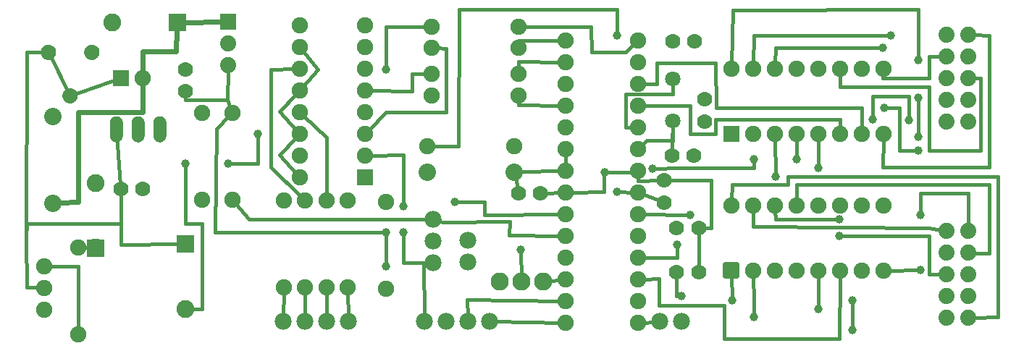
<source format=gbl>
G04 MADE WITH FRITZING*
G04 WWW.FRITZING.ORG*
G04 DOUBLE SIDED*
G04 HOLES PLATED*
G04 CONTOUR ON CENTER OF CONTOUR VECTOR*
%ASAXBY*%
%FSLAX23Y23*%
%MOIN*%
%OFA0B0*%
%SFA1.0B1.0*%
%ADD10C,0.039370*%
%ADD11C,0.070925*%
%ADD12C,0.070866*%
%ADD13C,0.070000*%
%ADD14C,0.082000*%
%ADD15C,0.078000*%
%ADD16C,0.083307*%
%ADD17C,0.075000*%
%ADD18C,0.074000*%
%ADD19C,0.060000*%
%ADD20C,0.080000*%
%ADD21C,0.074667*%
%ADD22C,0.074695*%
%ADD23R,0.082000X0.082000*%
%ADD24R,0.075000X0.075000*%
%ADD25C,0.016000*%
%ADD26C,0.024000*%
%ADD27C,0.020000*%
%ADD28R,0.001000X0.001000*%
%LNCOPPER0*%
G90*
G70*
G54D10*
X2305Y449D03*
X3044Y234D03*
G54D11*
X3005Y1041D03*
G54D12*
X3005Y1234D03*
G54D13*
X3101Y880D03*
X3001Y880D03*
X3105Y1407D03*
X3005Y1407D03*
G54D10*
X4134Y966D03*
X4134Y1148D03*
X4008Y1435D03*
X4134Y903D03*
X3970Y1377D03*
X3379Y864D03*
X3575Y864D03*
X3279Y215D03*
X3831Y215D03*
X3831Y76D03*
X3772Y589D03*
X3772Y510D03*
X4146Y608D03*
X4146Y353D03*
X1686Y1277D03*
X1095Y982D03*
X957Y844D03*
X760Y844D03*
X3674Y825D03*
X2749Y1435D03*
X2749Y714D03*
X3083Y608D03*
X3477Y785D03*
X2910Y821D03*
X3379Y136D03*
X3674Y175D03*
X1764Y648D03*
X1764Y529D03*
X1686Y529D03*
X3977Y1100D03*
X3024Y470D03*
X2001Y667D03*
X2690Y805D03*
X1686Y372D03*
X4134Y1321D03*
G54D13*
X3022Y549D03*
X3123Y549D03*
X3150Y1039D03*
X3150Y1140D03*
G54D14*
X760Y475D03*
X760Y175D03*
G54D15*
X1512Y116D03*
X1412Y116D03*
X1312Y116D03*
X1212Y116D03*
G54D16*
X2409Y301D03*
X2309Y301D03*
X2209Y301D03*
G54D15*
X2944Y116D03*
X3044Y116D03*
X2060Y492D03*
X2060Y392D03*
X1902Y588D03*
X1902Y488D03*
X1902Y388D03*
G54D17*
X1876Y923D03*
X2276Y923D03*
X977Y1079D03*
X977Y679D03*
G54D18*
X4264Y1438D03*
X4364Y1438D03*
X4264Y1338D03*
X4364Y1338D03*
X4264Y1238D03*
X4364Y1238D03*
X4264Y1138D03*
X4364Y1138D03*
X4264Y1038D03*
X4364Y1038D03*
X4264Y533D03*
X4364Y533D03*
X4264Y433D03*
X4364Y433D03*
X4264Y333D03*
X4364Y333D03*
X4264Y233D03*
X4364Y233D03*
X4264Y133D03*
X4364Y133D03*
G54D15*
X1860Y116D03*
X1960Y116D03*
X2060Y116D03*
X2160Y116D03*
G54D17*
X2845Y111D03*
X2845Y211D03*
X2845Y311D03*
X2845Y411D03*
X2845Y511D03*
X2845Y611D03*
X2845Y711D03*
X2845Y811D03*
X2845Y911D03*
X2845Y1011D03*
X2845Y1111D03*
X2845Y1211D03*
X2845Y1311D03*
X2512Y1411D03*
X2512Y1311D03*
X2512Y1211D03*
X2512Y1111D03*
X2512Y1011D03*
X2512Y911D03*
X2512Y811D03*
X2512Y711D03*
X2512Y611D03*
X2512Y511D03*
X2512Y411D03*
X2512Y311D03*
X2512Y211D03*
X2512Y111D03*
X2845Y1411D03*
G54D18*
X957Y1497D03*
X957Y1397D03*
X957Y1297D03*
G54D17*
X1587Y781D03*
X1287Y781D03*
X1587Y881D03*
X1287Y881D03*
X1587Y981D03*
X1287Y981D03*
X1587Y1081D03*
X1287Y1081D03*
X1587Y1181D03*
X1287Y1181D03*
X1587Y1281D03*
X1287Y1281D03*
X1587Y1381D03*
X1287Y1381D03*
X1587Y1481D03*
X1287Y1481D03*
G54D13*
X331Y1356D03*
X131Y1356D03*
X231Y1156D03*
G54D17*
X3274Y352D03*
X3274Y652D03*
X3374Y352D03*
X3374Y652D03*
X3474Y352D03*
X3474Y652D03*
X3574Y352D03*
X3574Y652D03*
X3674Y352D03*
X3674Y652D03*
X3774Y352D03*
X3774Y652D03*
X3874Y352D03*
X3874Y652D03*
X3974Y352D03*
X3974Y652D03*
X3274Y982D03*
X3274Y1282D03*
X3374Y982D03*
X3374Y1282D03*
X3474Y982D03*
X3474Y1282D03*
X3574Y982D03*
X3574Y1282D03*
X3674Y982D03*
X3674Y1282D03*
X3774Y982D03*
X3774Y1282D03*
X3874Y982D03*
X3874Y1282D03*
X3974Y982D03*
X3974Y1282D03*
G54D14*
X724Y1494D03*
X426Y1494D03*
G54D19*
X644Y1002D03*
X544Y1002D03*
X444Y1002D03*
G54D17*
X464Y1238D03*
X564Y1238D03*
G54D13*
X760Y1279D03*
X760Y1179D03*
G54D17*
X1213Y674D03*
X1213Y274D03*
X1312Y674D03*
X1312Y274D03*
X1410Y674D03*
X1410Y274D03*
X1508Y674D03*
X1508Y274D03*
X2296Y1159D03*
X1896Y1159D03*
X2296Y1258D03*
X1896Y1258D03*
X2296Y1376D03*
X1896Y1376D03*
X2296Y1474D03*
X1896Y1474D03*
G54D20*
X150Y1061D03*
X150Y661D03*
G54D17*
X839Y1079D03*
X839Y679D03*
G54D13*
X463Y726D03*
X564Y726D03*
G54D14*
X347Y456D03*
X347Y754D03*
G54D20*
X2276Y805D03*
X1876Y805D03*
G54D13*
X2396Y707D03*
X2296Y707D03*
X2965Y665D03*
X2965Y766D03*
G54D17*
X1686Y667D03*
X1686Y267D03*
G54D13*
X3123Y344D03*
X3022Y344D03*
G54D17*
X268Y457D03*
X268Y57D03*
G54D21*
X111Y172D03*
X111Y272D03*
G54D22*
X111Y372D03*
G54D10*
X3926Y1049D03*
X4091Y1045D03*
G54D23*
X760Y475D03*
G54D24*
X1587Y781D03*
X3274Y982D03*
G54D23*
X725Y1494D03*
G54D24*
X464Y1238D03*
G54D23*
X347Y455D03*
G54D25*
X3005Y986D02*
X3001Y900D01*
D02*
X3005Y1020D02*
X3005Y986D01*
D02*
X3005Y1163D02*
X2788Y1163D01*
D02*
X2788Y1163D02*
X2788Y1010D01*
D02*
X2788Y1010D02*
X2822Y1011D01*
D02*
X3005Y1213D02*
X3005Y1163D01*
D02*
X2886Y951D02*
X2861Y927D01*
D02*
X3001Y951D02*
X2886Y951D01*
D02*
X3004Y1020D02*
X3001Y951D01*
D02*
X2308Y328D02*
X2305Y435D01*
D02*
X2867Y112D02*
X2919Y115D01*
D02*
X3020Y234D02*
X3022Y324D01*
D02*
X3031Y234D02*
X3020Y234D01*
D02*
X3123Y529D02*
X3123Y365D01*
D02*
X1370Y1278D02*
X1302Y1198D01*
D02*
X1302Y1363D02*
X1370Y1278D01*
D02*
X1859Y387D02*
X1878Y388D01*
D02*
X1860Y141D02*
X1859Y387D01*
D02*
X4134Y980D02*
X4134Y1134D01*
D02*
X3995Y1435D02*
X3378Y1435D01*
D02*
X3378Y1435D02*
X3374Y1305D01*
D02*
X3956Y1377D02*
X3477Y1377D01*
D02*
X3477Y1377D02*
X3475Y1305D01*
D02*
X4390Y1437D02*
X4461Y1435D01*
D02*
X3279Y228D02*
X3275Y329D01*
D02*
X3831Y90D02*
X3831Y201D01*
D02*
X4462Y430D02*
X4390Y432D01*
D02*
X4462Y747D02*
X4462Y430D01*
D02*
X3576Y747D02*
X4462Y747D01*
D02*
X3574Y675D02*
X3576Y747D01*
D02*
X3375Y553D02*
X3374Y629D01*
D02*
X4185Y549D02*
X3375Y553D01*
D02*
X4239Y538D02*
X4185Y549D01*
D02*
X3477Y589D02*
X3475Y629D01*
D02*
X3758Y589D02*
X3477Y589D01*
D02*
X4185Y510D02*
X3785Y510D01*
D02*
X4185Y333D02*
X4185Y510D01*
D02*
X4239Y333D02*
X4185Y333D01*
D02*
X4132Y353D02*
X3997Y352D01*
D02*
X4146Y707D02*
X4146Y622D01*
D02*
X4363Y707D02*
X4146Y707D01*
D02*
X4364Y558D02*
X4363Y707D01*
D02*
X1685Y1474D02*
X1873Y1474D01*
D02*
X1686Y1291D02*
X1685Y1474D01*
D02*
X2490Y309D02*
X2436Y304D01*
D02*
X1095Y845D02*
X971Y844D01*
D02*
X1095Y969D02*
X1095Y845D01*
D02*
X761Y569D02*
X839Y569D01*
D02*
X839Y569D02*
X839Y174D01*
D02*
X839Y174D02*
X787Y175D01*
D02*
X760Y831D02*
X761Y569D01*
D02*
X1212Y141D02*
X1213Y250D01*
D02*
X4121Y904D02*
X4049Y904D01*
D02*
X4049Y904D02*
X4049Y1100D01*
D02*
X4049Y1100D02*
X3990Y1100D01*
D02*
X3674Y838D02*
X3674Y959D01*
D02*
X2866Y703D02*
X2946Y673D01*
D02*
X3182Y548D02*
X3182Y766D01*
D02*
X3143Y549D02*
X3182Y548D01*
D02*
X3182Y766D02*
X2986Y766D01*
D02*
X2762Y714D02*
X2822Y712D01*
D02*
X2747Y1553D02*
X2749Y1448D01*
D02*
X2019Y923D02*
X2021Y1553D01*
D02*
X1899Y923D02*
X2019Y923D01*
D02*
X2021Y1553D02*
X2747Y1553D01*
D02*
X3378Y215D02*
X3375Y329D01*
D02*
X3378Y825D02*
X3024Y825D01*
D02*
X3379Y851D02*
X3378Y825D01*
D02*
X3574Y959D02*
X3575Y878D01*
D02*
X3024Y825D02*
X2923Y821D01*
D02*
X3477Y799D02*
X3474Y959D01*
D02*
X2867Y611D02*
X3070Y608D01*
D02*
X3279Y747D02*
X3536Y747D01*
D02*
X4501Y785D02*
X4501Y136D01*
D02*
X3536Y785D02*
X4501Y785D01*
D02*
X3536Y747D02*
X3536Y785D01*
D02*
X3275Y675D02*
X3279Y747D01*
D02*
X3378Y215D02*
X3379Y149D01*
D02*
X1765Y884D02*
X1764Y661D01*
D02*
X1610Y881D02*
X1765Y884D01*
D02*
X3674Y189D02*
X3674Y329D01*
D02*
X4501Y136D02*
X4390Y133D01*
D02*
X1686Y516D02*
X1686Y385D01*
D02*
X1764Y388D02*
X1878Y388D01*
D02*
X1764Y516D02*
X1764Y388D01*
D02*
X2184Y116D02*
X2490Y112D01*
D02*
X1511Y141D02*
X1509Y250D01*
D02*
X1411Y141D02*
X1410Y250D01*
D02*
X2296Y1411D02*
X2296Y1399D01*
D02*
X2490Y1411D02*
X2296Y1411D01*
D02*
X2296Y1313D02*
X2296Y1281D01*
D02*
X2490Y1311D02*
X2296Y1313D01*
D02*
X1312Y141D02*
X1312Y250D01*
D02*
X2293Y1115D02*
X2294Y1136D01*
D02*
X2490Y1112D02*
X2293Y1115D01*
D02*
X2630Y1357D02*
X2629Y1474D01*
D02*
X2629Y1474D02*
X2319Y1474D01*
D02*
X2788Y1357D02*
X2630Y1357D01*
D02*
X2829Y1396D02*
X2788Y1357D01*
D02*
X2060Y141D02*
X2059Y216D01*
D02*
X2059Y216D02*
X2490Y212D01*
D02*
X1804Y1257D02*
X1873Y1258D01*
D02*
X1804Y1179D02*
X1804Y1257D01*
D02*
X1610Y1180D02*
X1804Y1179D01*
D02*
X4185Y1199D02*
X3773Y1199D01*
D02*
X4422Y903D02*
X4186Y903D01*
D02*
X4422Y1239D02*
X4422Y903D01*
D02*
X4186Y903D02*
X4185Y1199D01*
D02*
X4390Y1238D02*
X4422Y1239D01*
D02*
X3773Y1199D02*
X3774Y1259D01*
D02*
X4186Y1336D02*
X4186Y1237D01*
D02*
X4239Y1338D02*
X4186Y1336D01*
D02*
X3970Y1238D02*
X3972Y1259D01*
D02*
X4186Y1237D02*
X3970Y1238D01*
D02*
X4461Y1435D02*
X4460Y826D01*
D02*
X3970Y826D02*
X3973Y959D01*
D02*
X4460Y826D02*
X3970Y826D01*
D02*
X1304Y1064D02*
X1410Y963D01*
D02*
X1410Y963D02*
X1410Y697D01*
D02*
X2292Y727D02*
X2281Y780D01*
D02*
X2490Y811D02*
X2302Y806D01*
D02*
X2512Y889D02*
X2512Y834D01*
D02*
X3241Y38D02*
X3771Y38D01*
D02*
X3241Y191D02*
X3241Y38D01*
D02*
X2941Y191D02*
X3241Y191D01*
D02*
X2941Y313D02*
X2941Y191D01*
D02*
X2867Y312D02*
X2941Y313D01*
D02*
X3771Y38D02*
X3774Y329D01*
D02*
X1685Y1081D02*
X1961Y1081D01*
D02*
X1603Y997D02*
X1685Y1081D01*
D02*
X1961Y1081D02*
X1961Y1375D01*
D02*
X1961Y1375D02*
X1919Y1376D01*
D02*
X1264Y1280D02*
X1153Y1279D01*
D02*
X1153Y1279D02*
X1154Y828D01*
D02*
X1154Y828D02*
X1295Y690D01*
D02*
X2867Y1111D02*
X3083Y1112D01*
D02*
X3083Y982D02*
X3202Y982D01*
D02*
X3083Y1112D02*
X3083Y982D01*
D02*
X3202Y982D02*
X3202Y1049D01*
D02*
X3202Y1049D02*
X3776Y1049D01*
D02*
X3776Y1049D02*
X3775Y1005D01*
D02*
X3023Y412D02*
X3024Y457D01*
D02*
X2867Y411D02*
X3023Y412D01*
D02*
X2930Y1210D02*
X2930Y1309D01*
D02*
X2867Y1211D02*
X2930Y1210D01*
D02*
X2930Y1309D02*
X3202Y1309D01*
D02*
X3202Y1309D02*
X3203Y1100D01*
D02*
X3203Y1100D02*
X3874Y1100D01*
D02*
X3874Y1100D02*
X3874Y1005D01*
D02*
X1946Y573D02*
X1925Y580D01*
D02*
X2253Y576D02*
X1946Y573D01*
D02*
X2252Y514D02*
X2253Y576D01*
D02*
X2490Y512D02*
X2252Y514D01*
D02*
X1056Y589D02*
X1878Y589D01*
D02*
X992Y662D02*
X1056Y589D01*
G54D26*
D02*
X927Y1497D02*
X756Y1494D01*
D02*
X564Y1360D02*
X717Y1360D01*
D02*
X717Y1360D02*
X722Y1462D01*
D02*
X564Y1267D02*
X564Y1360D01*
D02*
X268Y668D02*
X268Y1081D01*
D02*
X181Y663D02*
X268Y668D01*
D02*
X563Y1081D02*
X564Y1209D01*
D02*
X268Y1081D02*
X563Y1081D01*
G54D25*
D02*
X291Y457D02*
X321Y456D01*
D02*
X137Y372D02*
X267Y371D01*
D02*
X267Y371D02*
X268Y80D01*
D02*
X2139Y608D02*
X2138Y668D01*
D02*
X2138Y668D02*
X2014Y667D01*
D02*
X2490Y611D02*
X2139Y608D01*
D02*
X762Y1139D02*
X956Y1139D01*
D02*
X956Y1139D02*
X969Y1101D01*
D02*
X761Y1158D02*
X762Y1139D01*
D02*
X762Y1139D02*
X761Y1158D01*
D02*
X956Y1139D02*
X762Y1139D01*
D02*
X957Y1272D02*
X956Y1139D01*
D02*
X1672Y529D02*
X897Y528D01*
D02*
X903Y1004D02*
X961Y1063D01*
D02*
X897Y528D02*
X903Y1004D01*
D02*
X1193Y1084D02*
X1271Y1164D01*
D02*
X1272Y998D02*
X1193Y1084D01*
D02*
X1194Y885D02*
X1271Y964D01*
D02*
X1272Y798D02*
X1194Y885D01*
D02*
X31Y569D02*
X466Y569D01*
D02*
X466Y569D02*
X464Y706D01*
D02*
X28Y502D02*
X31Y569D01*
D02*
X32Y275D02*
X28Y502D01*
D02*
X85Y273D02*
X32Y275D01*
D02*
X466Y471D02*
X734Y475D01*
D02*
X466Y569D02*
X466Y471D01*
D02*
X464Y706D02*
X466Y569D01*
D02*
X462Y747D02*
X446Y976D01*
D02*
X140Y1338D02*
X221Y1175D01*
D02*
X32Y1357D02*
X110Y1356D01*
D02*
X28Y502D02*
X32Y1357D01*
D02*
X250Y1163D02*
X442Y1230D01*
D02*
X2843Y765D02*
X2945Y766D01*
D02*
X2844Y789D02*
X2843Y765D01*
D02*
X2812Y804D02*
X2703Y805D01*
D02*
X2823Y807D02*
X2812Y804D01*
D02*
X2689Y792D02*
X2689Y715D01*
D02*
X2689Y715D02*
X2535Y712D01*
D02*
X2490Y710D02*
X2417Y707D01*
D02*
X4135Y1553D02*
X4134Y1334D01*
D02*
X3281Y1552D02*
X4135Y1553D01*
D02*
X3274Y1305D02*
X3281Y1552D01*
D02*
X4091Y1155D02*
X4091Y1059D01*
D02*
X3926Y1063D02*
X3926Y1155D01*
D02*
X3926Y1155D02*
X4091Y1155D01*
G54D27*
X3246Y380D02*
X3301Y380D01*
X3301Y325D01*
X3246Y325D01*
X3246Y380D01*
D02*
G54D28*
X920Y1534D02*
X993Y1534D01*
X920Y1533D02*
X993Y1533D01*
X920Y1532D02*
X993Y1532D01*
X920Y1531D02*
X993Y1531D01*
X920Y1530D02*
X993Y1530D01*
X920Y1529D02*
X993Y1529D01*
X920Y1528D02*
X993Y1528D01*
X920Y1527D02*
X993Y1527D01*
X920Y1526D02*
X993Y1526D01*
X920Y1525D02*
X993Y1525D01*
X920Y1524D02*
X993Y1524D01*
X920Y1523D02*
X993Y1523D01*
X920Y1522D02*
X993Y1522D01*
X920Y1521D02*
X993Y1521D01*
X920Y1520D02*
X993Y1520D01*
X920Y1519D02*
X993Y1519D01*
X920Y1518D02*
X993Y1518D01*
X920Y1517D02*
X993Y1517D01*
X920Y1516D02*
X951Y1516D01*
X963Y1516D02*
X993Y1516D01*
X920Y1515D02*
X948Y1515D01*
X965Y1515D02*
X993Y1515D01*
X920Y1514D02*
X946Y1514D01*
X967Y1514D02*
X993Y1514D01*
X920Y1513D02*
X945Y1513D01*
X969Y1513D02*
X993Y1513D01*
X920Y1512D02*
X943Y1512D01*
X970Y1512D02*
X993Y1512D01*
X920Y1511D02*
X942Y1511D01*
X971Y1511D02*
X993Y1511D01*
X920Y1510D02*
X941Y1510D01*
X972Y1510D02*
X993Y1510D01*
X920Y1509D02*
X941Y1509D01*
X973Y1509D02*
X993Y1509D01*
X920Y1508D02*
X940Y1508D01*
X974Y1508D02*
X993Y1508D01*
X920Y1507D02*
X939Y1507D01*
X974Y1507D02*
X993Y1507D01*
X920Y1506D02*
X939Y1506D01*
X975Y1506D02*
X993Y1506D01*
X920Y1505D02*
X938Y1505D01*
X975Y1505D02*
X993Y1505D01*
X920Y1504D02*
X938Y1504D01*
X976Y1504D02*
X993Y1504D01*
X920Y1503D02*
X937Y1503D01*
X976Y1503D02*
X993Y1503D01*
X920Y1502D02*
X937Y1502D01*
X976Y1502D02*
X993Y1502D01*
X920Y1501D02*
X937Y1501D01*
X976Y1501D02*
X993Y1501D01*
X920Y1500D02*
X937Y1500D01*
X977Y1500D02*
X993Y1500D01*
X920Y1499D02*
X937Y1499D01*
X977Y1499D02*
X993Y1499D01*
X920Y1498D02*
X937Y1498D01*
X977Y1498D02*
X993Y1498D01*
X920Y1497D02*
X937Y1497D01*
X977Y1497D02*
X993Y1497D01*
X920Y1496D02*
X937Y1496D01*
X977Y1496D02*
X993Y1496D01*
X920Y1495D02*
X937Y1495D01*
X977Y1495D02*
X993Y1495D01*
X920Y1494D02*
X937Y1494D01*
X977Y1494D02*
X993Y1494D01*
X920Y1493D02*
X937Y1493D01*
X976Y1493D02*
X993Y1493D01*
X920Y1492D02*
X937Y1492D01*
X976Y1492D02*
X993Y1492D01*
X920Y1491D02*
X938Y1491D01*
X976Y1491D02*
X993Y1491D01*
X920Y1490D02*
X938Y1490D01*
X975Y1490D02*
X993Y1490D01*
X920Y1489D02*
X938Y1489D01*
X975Y1489D02*
X993Y1489D01*
X920Y1488D02*
X939Y1488D01*
X974Y1488D02*
X993Y1488D01*
X920Y1487D02*
X939Y1487D01*
X974Y1487D02*
X993Y1487D01*
X920Y1486D02*
X940Y1486D01*
X973Y1486D02*
X993Y1486D01*
X920Y1485D02*
X941Y1485D01*
X973Y1485D02*
X993Y1485D01*
X920Y1484D02*
X942Y1484D01*
X972Y1484D02*
X993Y1484D01*
X920Y1483D02*
X943Y1483D01*
X971Y1483D02*
X993Y1483D01*
X920Y1482D02*
X944Y1482D01*
X970Y1482D02*
X993Y1482D01*
X920Y1481D02*
X945Y1481D01*
X968Y1481D02*
X993Y1481D01*
X920Y1480D02*
X947Y1480D01*
X967Y1480D02*
X993Y1480D01*
X920Y1479D02*
X949Y1479D01*
X965Y1479D02*
X993Y1479D01*
X920Y1478D02*
X952Y1478D01*
X961Y1478D02*
X993Y1478D01*
X920Y1477D02*
X993Y1477D01*
X920Y1476D02*
X993Y1476D01*
X920Y1475D02*
X993Y1475D01*
X920Y1474D02*
X993Y1474D01*
X920Y1473D02*
X993Y1473D01*
X920Y1472D02*
X993Y1472D01*
X920Y1471D02*
X993Y1471D01*
X920Y1470D02*
X993Y1470D01*
X920Y1469D02*
X993Y1469D01*
X920Y1468D02*
X993Y1468D01*
X920Y1467D02*
X993Y1467D01*
X920Y1466D02*
X993Y1466D01*
X920Y1465D02*
X993Y1465D01*
X920Y1464D02*
X993Y1464D01*
X920Y1463D02*
X993Y1463D01*
X920Y1462D02*
X993Y1462D01*
X920Y1461D02*
X993Y1461D01*
X127Y1391D02*
X133Y1391D01*
X327Y1391D02*
X333Y1391D01*
X122Y1390D02*
X138Y1390D01*
X322Y1390D02*
X338Y1390D01*
X119Y1389D02*
X141Y1389D01*
X319Y1389D02*
X341Y1389D01*
X116Y1388D02*
X144Y1388D01*
X316Y1388D02*
X344Y1388D01*
X114Y1387D02*
X146Y1387D01*
X314Y1387D02*
X346Y1387D01*
X112Y1386D02*
X148Y1386D01*
X312Y1386D02*
X348Y1386D01*
X111Y1385D02*
X149Y1385D01*
X311Y1385D02*
X349Y1385D01*
X109Y1384D02*
X151Y1384D01*
X309Y1384D02*
X351Y1384D01*
X108Y1383D02*
X152Y1383D01*
X308Y1383D02*
X352Y1383D01*
X107Y1382D02*
X153Y1382D01*
X307Y1382D02*
X353Y1382D01*
X106Y1381D02*
X154Y1381D01*
X306Y1381D02*
X354Y1381D01*
X105Y1380D02*
X155Y1380D01*
X305Y1380D02*
X355Y1380D01*
X104Y1379D02*
X156Y1379D01*
X304Y1379D02*
X356Y1379D01*
X103Y1378D02*
X157Y1378D01*
X303Y1378D02*
X357Y1378D01*
X102Y1377D02*
X158Y1377D01*
X302Y1377D02*
X358Y1377D01*
X102Y1376D02*
X158Y1376D01*
X302Y1376D02*
X358Y1376D01*
X101Y1375D02*
X159Y1375D01*
X301Y1375D02*
X359Y1375D01*
X101Y1374D02*
X159Y1374D01*
X301Y1374D02*
X359Y1374D01*
X100Y1373D02*
X160Y1373D01*
X300Y1373D02*
X360Y1373D01*
X99Y1372D02*
X161Y1372D01*
X299Y1372D02*
X361Y1372D01*
X99Y1371D02*
X126Y1371D01*
X134Y1371D02*
X161Y1371D01*
X299Y1371D02*
X326Y1371D01*
X334Y1371D02*
X361Y1371D01*
X99Y1370D02*
X123Y1370D01*
X137Y1370D02*
X162Y1370D01*
X299Y1370D02*
X323Y1370D01*
X337Y1370D02*
X361Y1370D01*
X98Y1369D02*
X121Y1369D01*
X139Y1369D02*
X162Y1369D01*
X298Y1369D02*
X321Y1369D01*
X339Y1369D02*
X362Y1369D01*
X98Y1368D02*
X120Y1368D01*
X140Y1368D02*
X162Y1368D01*
X298Y1368D02*
X320Y1368D01*
X340Y1368D02*
X362Y1368D01*
X97Y1367D02*
X119Y1367D01*
X141Y1367D02*
X163Y1367D01*
X297Y1367D02*
X319Y1367D01*
X341Y1367D02*
X363Y1367D01*
X97Y1366D02*
X118Y1366D01*
X142Y1366D02*
X163Y1366D01*
X297Y1366D02*
X318Y1366D01*
X342Y1366D02*
X363Y1366D01*
X97Y1365D02*
X117Y1365D01*
X143Y1365D02*
X163Y1365D01*
X297Y1365D02*
X317Y1365D01*
X343Y1365D02*
X363Y1365D01*
X97Y1364D02*
X117Y1364D01*
X143Y1364D02*
X164Y1364D01*
X297Y1364D02*
X317Y1364D01*
X343Y1364D02*
X363Y1364D01*
X96Y1363D02*
X116Y1363D01*
X144Y1363D02*
X164Y1363D01*
X296Y1363D02*
X316Y1363D01*
X344Y1363D02*
X364Y1363D01*
X96Y1362D02*
X115Y1362D01*
X145Y1362D02*
X164Y1362D01*
X296Y1362D02*
X315Y1362D01*
X345Y1362D02*
X364Y1362D01*
X96Y1361D02*
X115Y1361D01*
X145Y1361D02*
X164Y1361D01*
X296Y1361D02*
X315Y1361D01*
X345Y1361D02*
X364Y1361D01*
X96Y1360D02*
X115Y1360D01*
X145Y1360D02*
X164Y1360D01*
X296Y1360D02*
X315Y1360D01*
X345Y1360D02*
X364Y1360D01*
X96Y1359D02*
X115Y1359D01*
X145Y1359D02*
X164Y1359D01*
X296Y1359D02*
X315Y1359D01*
X345Y1359D02*
X364Y1359D01*
X96Y1358D02*
X115Y1358D01*
X145Y1358D02*
X164Y1358D01*
X296Y1358D02*
X315Y1358D01*
X345Y1358D02*
X364Y1358D01*
X96Y1357D02*
X115Y1357D01*
X145Y1357D02*
X164Y1357D01*
X296Y1357D02*
X315Y1357D01*
X345Y1357D02*
X364Y1357D01*
X96Y1356D02*
X115Y1356D01*
X146Y1356D02*
X165Y1356D01*
X296Y1356D02*
X315Y1356D01*
X345Y1356D02*
X364Y1356D01*
X96Y1355D02*
X115Y1355D01*
X145Y1355D02*
X164Y1355D01*
X296Y1355D02*
X315Y1355D01*
X345Y1355D02*
X364Y1355D01*
X96Y1354D02*
X115Y1354D01*
X145Y1354D02*
X164Y1354D01*
X296Y1354D02*
X315Y1354D01*
X345Y1354D02*
X364Y1354D01*
X96Y1353D02*
X115Y1353D01*
X145Y1353D02*
X164Y1353D01*
X296Y1353D02*
X315Y1353D01*
X345Y1353D02*
X364Y1353D01*
X96Y1352D02*
X115Y1352D01*
X145Y1352D02*
X164Y1352D01*
X296Y1352D02*
X315Y1352D01*
X345Y1352D02*
X364Y1352D01*
X96Y1351D02*
X115Y1351D01*
X145Y1351D02*
X164Y1351D01*
X296Y1351D02*
X315Y1351D01*
X345Y1351D02*
X364Y1351D01*
X96Y1350D02*
X116Y1350D01*
X144Y1350D02*
X164Y1350D01*
X296Y1350D02*
X316Y1350D01*
X344Y1350D02*
X364Y1350D01*
X96Y1349D02*
X116Y1349D01*
X144Y1349D02*
X164Y1349D01*
X296Y1349D02*
X316Y1349D01*
X344Y1349D02*
X364Y1349D01*
X97Y1348D02*
X117Y1348D01*
X143Y1348D02*
X163Y1348D01*
X297Y1348D02*
X317Y1348D01*
X343Y1348D02*
X363Y1348D01*
X97Y1347D02*
X118Y1347D01*
X142Y1347D02*
X163Y1347D01*
X297Y1347D02*
X318Y1347D01*
X342Y1347D02*
X363Y1347D01*
X97Y1346D02*
X119Y1346D01*
X141Y1346D02*
X163Y1346D01*
X297Y1346D02*
X319Y1346D01*
X341Y1346D02*
X363Y1346D01*
X98Y1345D02*
X120Y1345D01*
X140Y1345D02*
X162Y1345D01*
X298Y1345D02*
X320Y1345D01*
X340Y1345D02*
X362Y1345D01*
X98Y1344D02*
X121Y1344D01*
X139Y1344D02*
X162Y1344D01*
X298Y1344D02*
X321Y1344D01*
X339Y1344D02*
X362Y1344D01*
X98Y1343D02*
X122Y1343D01*
X138Y1343D02*
X162Y1343D01*
X298Y1343D02*
X322Y1343D01*
X338Y1343D02*
X362Y1343D01*
X99Y1342D02*
X125Y1342D01*
X135Y1342D02*
X161Y1342D01*
X299Y1342D02*
X325Y1342D01*
X335Y1342D02*
X361Y1342D01*
X99Y1341D02*
X161Y1341D01*
X299Y1341D02*
X361Y1341D01*
X100Y1340D02*
X160Y1340D01*
X300Y1340D02*
X360Y1340D01*
X100Y1339D02*
X160Y1339D01*
X300Y1339D02*
X360Y1339D01*
X101Y1338D02*
X159Y1338D01*
X301Y1338D02*
X359Y1338D01*
X101Y1337D02*
X159Y1337D01*
X301Y1337D02*
X359Y1337D01*
X102Y1336D02*
X158Y1336D01*
X302Y1336D02*
X358Y1336D01*
X103Y1335D02*
X157Y1335D01*
X303Y1335D02*
X357Y1335D01*
X104Y1334D02*
X156Y1334D01*
X304Y1334D02*
X356Y1334D01*
X104Y1333D02*
X156Y1333D01*
X304Y1333D02*
X356Y1333D01*
X105Y1332D02*
X155Y1332D01*
X305Y1332D02*
X355Y1332D01*
X106Y1331D02*
X154Y1331D01*
X306Y1331D02*
X354Y1331D01*
X108Y1330D02*
X153Y1330D01*
X307Y1330D02*
X353Y1330D01*
X109Y1329D02*
X151Y1329D01*
X309Y1329D02*
X351Y1329D01*
X110Y1328D02*
X150Y1328D01*
X310Y1328D02*
X350Y1328D01*
X112Y1327D02*
X148Y1327D01*
X312Y1327D02*
X348Y1327D01*
X113Y1326D02*
X147Y1326D01*
X313Y1326D02*
X347Y1326D01*
X115Y1325D02*
X145Y1325D01*
X315Y1325D02*
X345Y1325D01*
X118Y1324D02*
X142Y1324D01*
X318Y1324D02*
X342Y1324D01*
X120Y1323D02*
X140Y1323D01*
X320Y1323D02*
X340Y1323D01*
X124Y1322D02*
X136Y1322D01*
X324Y1322D02*
X336Y1322D01*
X226Y1191D02*
X234Y1191D01*
X222Y1190D02*
X238Y1190D01*
X219Y1189D02*
X241Y1189D01*
X216Y1188D02*
X244Y1188D01*
X214Y1187D02*
X246Y1187D01*
X212Y1186D02*
X248Y1186D01*
X211Y1185D02*
X249Y1185D01*
X209Y1184D02*
X251Y1184D01*
X208Y1183D02*
X252Y1183D01*
X207Y1182D02*
X253Y1182D01*
X206Y1181D02*
X254Y1181D01*
X205Y1180D02*
X255Y1180D01*
X204Y1179D02*
X256Y1179D01*
X203Y1178D02*
X257Y1178D01*
X202Y1177D02*
X258Y1177D01*
X202Y1176D02*
X258Y1176D01*
X201Y1175D02*
X259Y1175D01*
X201Y1174D02*
X260Y1174D01*
X200Y1173D02*
X260Y1173D01*
X199Y1172D02*
X261Y1172D01*
X199Y1171D02*
X226Y1171D01*
X234Y1171D02*
X261Y1171D01*
X198Y1170D02*
X223Y1170D01*
X237Y1170D02*
X262Y1170D01*
X198Y1169D02*
X221Y1169D01*
X239Y1169D02*
X262Y1169D01*
X198Y1168D02*
X220Y1168D01*
X240Y1168D02*
X262Y1168D01*
X197Y1167D02*
X219Y1167D01*
X241Y1167D02*
X263Y1167D01*
X197Y1166D02*
X218Y1166D01*
X242Y1166D02*
X263Y1166D01*
X197Y1165D02*
X217Y1165D01*
X243Y1165D02*
X263Y1165D01*
X197Y1164D02*
X217Y1164D01*
X244Y1164D02*
X264Y1164D01*
X196Y1163D02*
X216Y1163D01*
X244Y1163D02*
X264Y1163D01*
X196Y1162D02*
X215Y1162D01*
X245Y1162D02*
X264Y1162D01*
X196Y1161D02*
X215Y1161D01*
X245Y1161D02*
X264Y1161D01*
X196Y1160D02*
X215Y1160D01*
X245Y1160D02*
X264Y1160D01*
X196Y1159D02*
X215Y1159D01*
X245Y1159D02*
X264Y1159D01*
X196Y1158D02*
X215Y1158D01*
X245Y1158D02*
X264Y1158D01*
X196Y1157D02*
X215Y1157D01*
X245Y1157D02*
X264Y1157D01*
X196Y1156D02*
X215Y1156D01*
X245Y1156D02*
X264Y1156D01*
X196Y1155D02*
X215Y1155D01*
X245Y1155D02*
X264Y1155D01*
X196Y1154D02*
X215Y1154D01*
X245Y1154D02*
X264Y1154D01*
X196Y1153D02*
X215Y1153D01*
X245Y1153D02*
X264Y1153D01*
X196Y1152D02*
X215Y1152D01*
X245Y1152D02*
X264Y1152D01*
X196Y1151D02*
X215Y1151D01*
X245Y1151D02*
X264Y1151D01*
X196Y1150D02*
X216Y1150D01*
X244Y1150D02*
X264Y1150D01*
X196Y1149D02*
X216Y1149D01*
X244Y1149D02*
X264Y1149D01*
X197Y1148D02*
X217Y1148D01*
X243Y1148D02*
X263Y1148D01*
X197Y1147D02*
X218Y1147D01*
X242Y1147D02*
X263Y1147D01*
X197Y1146D02*
X219Y1146D01*
X241Y1146D02*
X263Y1146D01*
X198Y1145D02*
X220Y1145D01*
X240Y1145D02*
X262Y1145D01*
X198Y1144D02*
X221Y1144D01*
X239Y1144D02*
X262Y1144D01*
X198Y1143D02*
X222Y1143D01*
X238Y1143D02*
X262Y1143D01*
X199Y1142D02*
X225Y1142D01*
X235Y1142D02*
X261Y1142D01*
X199Y1141D02*
X261Y1141D01*
X200Y1140D02*
X260Y1140D01*
X200Y1139D02*
X260Y1139D01*
X201Y1138D02*
X259Y1138D01*
X201Y1137D02*
X259Y1137D01*
X202Y1136D02*
X258Y1136D01*
X203Y1135D02*
X257Y1135D01*
X204Y1134D02*
X256Y1134D01*
X205Y1133D02*
X256Y1133D01*
X205Y1132D02*
X255Y1132D01*
X206Y1131D02*
X254Y1131D01*
X208Y1130D02*
X252Y1130D01*
X209Y1129D02*
X251Y1129D01*
X210Y1128D02*
X250Y1128D01*
X212Y1127D02*
X248Y1127D01*
X213Y1126D02*
X247Y1126D01*
X215Y1125D02*
X245Y1125D01*
X218Y1124D02*
X242Y1124D01*
X220Y1123D02*
X240Y1123D01*
X224Y1122D02*
X236Y1122D01*
X443Y1062D02*
X444Y1062D01*
X543Y1062D02*
X544Y1062D01*
X643Y1062D02*
X644Y1062D01*
X436Y1061D02*
X451Y1061D01*
X536Y1061D02*
X551Y1061D01*
X636Y1061D02*
X651Y1061D01*
X433Y1060D02*
X454Y1060D01*
X533Y1060D02*
X554Y1060D01*
X633Y1060D02*
X654Y1060D01*
X431Y1059D02*
X456Y1059D01*
X531Y1059D02*
X556Y1059D01*
X631Y1059D02*
X656Y1059D01*
X429Y1058D02*
X458Y1058D01*
X529Y1058D02*
X558Y1058D01*
X629Y1058D02*
X658Y1058D01*
X427Y1057D02*
X460Y1057D01*
X527Y1057D02*
X560Y1057D01*
X627Y1057D02*
X660Y1057D01*
X426Y1056D02*
X461Y1056D01*
X526Y1056D02*
X561Y1056D01*
X626Y1056D02*
X661Y1056D01*
X425Y1055D02*
X462Y1055D01*
X525Y1055D02*
X562Y1055D01*
X625Y1055D02*
X662Y1055D01*
X423Y1054D02*
X463Y1054D01*
X523Y1054D02*
X563Y1054D01*
X623Y1054D02*
X663Y1054D01*
X422Y1053D02*
X464Y1053D01*
X522Y1053D02*
X564Y1053D01*
X622Y1053D02*
X664Y1053D01*
X422Y1052D02*
X465Y1052D01*
X521Y1052D02*
X565Y1052D01*
X621Y1052D02*
X665Y1052D01*
X421Y1051D02*
X466Y1051D01*
X521Y1051D02*
X566Y1051D01*
X621Y1051D02*
X666Y1051D01*
X420Y1050D02*
X467Y1050D01*
X520Y1050D02*
X567Y1050D01*
X620Y1050D02*
X667Y1050D01*
X419Y1049D02*
X468Y1049D01*
X519Y1049D02*
X568Y1049D01*
X619Y1049D02*
X668Y1049D01*
X418Y1048D02*
X468Y1048D01*
X518Y1048D02*
X568Y1048D01*
X618Y1048D02*
X668Y1048D01*
X418Y1047D02*
X469Y1047D01*
X518Y1047D02*
X569Y1047D01*
X618Y1047D02*
X669Y1047D01*
X417Y1046D02*
X469Y1046D01*
X517Y1046D02*
X569Y1046D01*
X617Y1046D02*
X669Y1046D01*
X417Y1045D02*
X470Y1045D01*
X517Y1045D02*
X570Y1045D01*
X617Y1045D02*
X670Y1045D01*
X416Y1044D02*
X470Y1044D01*
X516Y1044D02*
X570Y1044D01*
X616Y1044D02*
X670Y1044D01*
X416Y1043D02*
X471Y1043D01*
X516Y1043D02*
X571Y1043D01*
X616Y1043D02*
X671Y1043D01*
X416Y1042D02*
X471Y1042D01*
X516Y1042D02*
X571Y1042D01*
X616Y1042D02*
X671Y1042D01*
X415Y1041D02*
X472Y1041D01*
X515Y1041D02*
X571Y1041D01*
X615Y1041D02*
X671Y1041D01*
X415Y1040D02*
X472Y1040D01*
X515Y1040D02*
X572Y1040D01*
X615Y1040D02*
X672Y1040D01*
X415Y1039D02*
X472Y1039D01*
X515Y1039D02*
X572Y1039D01*
X615Y1039D02*
X672Y1039D01*
X414Y1038D02*
X472Y1038D01*
X514Y1038D02*
X572Y1038D01*
X614Y1038D02*
X672Y1038D01*
X414Y1037D02*
X472Y1037D01*
X514Y1037D02*
X572Y1037D01*
X614Y1037D02*
X672Y1037D01*
X414Y1036D02*
X473Y1036D01*
X514Y1036D02*
X573Y1036D01*
X614Y1036D02*
X673Y1036D01*
X414Y1035D02*
X473Y1035D01*
X514Y1035D02*
X573Y1035D01*
X614Y1035D02*
X673Y1035D01*
X414Y1034D02*
X473Y1034D01*
X514Y1034D02*
X573Y1034D01*
X614Y1034D02*
X673Y1034D01*
X414Y1033D02*
X473Y1033D01*
X514Y1033D02*
X573Y1033D01*
X614Y1033D02*
X673Y1033D01*
X414Y1032D02*
X473Y1032D01*
X514Y1032D02*
X573Y1032D01*
X614Y1032D02*
X673Y1032D01*
X414Y1031D02*
X473Y1031D01*
X514Y1031D02*
X573Y1031D01*
X614Y1031D02*
X673Y1031D01*
X414Y1030D02*
X473Y1030D01*
X514Y1030D02*
X573Y1030D01*
X614Y1030D02*
X673Y1030D01*
X414Y1029D02*
X473Y1029D01*
X514Y1029D02*
X573Y1029D01*
X614Y1029D02*
X673Y1029D01*
X414Y1028D02*
X473Y1028D01*
X514Y1028D02*
X573Y1028D01*
X614Y1028D02*
X673Y1028D01*
X414Y1027D02*
X473Y1027D01*
X514Y1027D02*
X573Y1027D01*
X614Y1027D02*
X673Y1027D01*
X414Y1026D02*
X473Y1026D01*
X514Y1026D02*
X573Y1026D01*
X614Y1026D02*
X673Y1026D01*
X414Y1025D02*
X473Y1025D01*
X514Y1025D02*
X573Y1025D01*
X614Y1025D02*
X673Y1025D01*
X414Y1024D02*
X473Y1024D01*
X514Y1024D02*
X573Y1024D01*
X614Y1024D02*
X673Y1024D01*
X414Y1023D02*
X473Y1023D01*
X514Y1023D02*
X573Y1023D01*
X614Y1023D02*
X673Y1023D01*
X414Y1022D02*
X442Y1022D01*
X444Y1022D02*
X473Y1022D01*
X514Y1022D02*
X542Y1022D01*
X544Y1022D02*
X573Y1022D01*
X614Y1022D02*
X642Y1022D01*
X644Y1022D02*
X673Y1022D01*
X414Y1021D02*
X437Y1021D01*
X450Y1021D02*
X473Y1021D01*
X514Y1021D02*
X537Y1021D01*
X550Y1021D02*
X573Y1021D01*
X614Y1021D02*
X637Y1021D01*
X650Y1021D02*
X673Y1021D01*
X414Y1020D02*
X434Y1020D01*
X453Y1020D02*
X473Y1020D01*
X514Y1020D02*
X534Y1020D01*
X553Y1020D02*
X573Y1020D01*
X614Y1020D02*
X634Y1020D01*
X653Y1020D02*
X673Y1020D01*
X414Y1019D02*
X432Y1019D01*
X454Y1019D02*
X473Y1019D01*
X514Y1019D02*
X532Y1019D01*
X554Y1019D02*
X573Y1019D01*
X614Y1019D02*
X632Y1019D01*
X654Y1019D02*
X673Y1019D01*
X414Y1018D02*
X431Y1018D01*
X456Y1018D02*
X473Y1018D01*
X514Y1018D02*
X531Y1018D01*
X556Y1018D02*
X573Y1018D01*
X614Y1018D02*
X631Y1018D01*
X656Y1018D02*
X673Y1018D01*
X414Y1017D02*
X430Y1017D01*
X457Y1017D02*
X473Y1017D01*
X514Y1017D02*
X530Y1017D01*
X557Y1017D02*
X573Y1017D01*
X614Y1017D02*
X630Y1017D01*
X657Y1017D02*
X673Y1017D01*
X414Y1016D02*
X429Y1016D01*
X458Y1016D02*
X473Y1016D01*
X514Y1016D02*
X529Y1016D01*
X558Y1016D02*
X573Y1016D01*
X614Y1016D02*
X629Y1016D01*
X658Y1016D02*
X673Y1016D01*
X414Y1015D02*
X428Y1015D01*
X459Y1015D02*
X473Y1015D01*
X514Y1015D02*
X528Y1015D01*
X559Y1015D02*
X573Y1015D01*
X614Y1015D02*
X628Y1015D01*
X659Y1015D02*
X673Y1015D01*
X414Y1014D02*
X427Y1014D01*
X460Y1014D02*
X473Y1014D01*
X514Y1014D02*
X527Y1014D01*
X560Y1014D02*
X573Y1014D01*
X614Y1014D02*
X627Y1014D01*
X660Y1014D02*
X673Y1014D01*
X414Y1013D02*
X426Y1013D01*
X461Y1013D02*
X473Y1013D01*
X514Y1013D02*
X526Y1013D01*
X561Y1013D02*
X573Y1013D01*
X614Y1013D02*
X626Y1013D01*
X661Y1013D02*
X673Y1013D01*
X414Y1012D02*
X426Y1012D01*
X461Y1012D02*
X473Y1012D01*
X514Y1012D02*
X526Y1012D01*
X561Y1012D02*
X573Y1012D01*
X614Y1012D02*
X626Y1012D01*
X661Y1012D02*
X673Y1012D01*
X414Y1011D02*
X425Y1011D01*
X462Y1011D02*
X473Y1011D01*
X514Y1011D02*
X525Y1011D01*
X562Y1011D02*
X573Y1011D01*
X614Y1011D02*
X625Y1011D01*
X662Y1011D02*
X673Y1011D01*
X414Y1010D02*
X425Y1010D01*
X462Y1010D02*
X473Y1010D01*
X514Y1010D02*
X525Y1010D01*
X562Y1010D02*
X573Y1010D01*
X614Y1010D02*
X625Y1010D01*
X662Y1010D02*
X673Y1010D01*
X414Y1009D02*
X424Y1009D01*
X463Y1009D02*
X473Y1009D01*
X514Y1009D02*
X524Y1009D01*
X563Y1009D02*
X573Y1009D01*
X614Y1009D02*
X624Y1009D01*
X663Y1009D02*
X673Y1009D01*
X414Y1008D02*
X424Y1008D01*
X463Y1008D02*
X473Y1008D01*
X514Y1008D02*
X524Y1008D01*
X563Y1008D02*
X573Y1008D01*
X614Y1008D02*
X624Y1008D01*
X663Y1008D02*
X673Y1008D01*
X414Y1007D02*
X424Y1007D01*
X463Y1007D02*
X473Y1007D01*
X514Y1007D02*
X524Y1007D01*
X563Y1007D02*
X573Y1007D01*
X614Y1007D02*
X624Y1007D01*
X663Y1007D02*
X673Y1007D01*
X414Y1006D02*
X423Y1006D01*
X463Y1006D02*
X473Y1006D01*
X514Y1006D02*
X523Y1006D01*
X563Y1006D02*
X573Y1006D01*
X614Y1006D02*
X623Y1006D01*
X663Y1006D02*
X673Y1006D01*
X414Y1005D02*
X423Y1005D01*
X464Y1005D02*
X473Y1005D01*
X514Y1005D02*
X523Y1005D01*
X564Y1005D02*
X573Y1005D01*
X614Y1005D02*
X623Y1005D01*
X664Y1005D02*
X673Y1005D01*
X414Y1004D02*
X423Y1004D01*
X464Y1004D02*
X473Y1004D01*
X514Y1004D02*
X523Y1004D01*
X564Y1004D02*
X573Y1004D01*
X614Y1004D02*
X623Y1004D01*
X664Y1004D02*
X673Y1004D01*
X414Y1003D02*
X423Y1003D01*
X464Y1003D02*
X473Y1003D01*
X514Y1003D02*
X523Y1003D01*
X564Y1003D02*
X573Y1003D01*
X614Y1003D02*
X623Y1003D01*
X664Y1003D02*
X673Y1003D01*
X414Y1002D02*
X423Y1002D01*
X464Y1002D02*
X473Y1002D01*
X514Y1002D02*
X523Y1002D01*
X564Y1002D02*
X573Y1002D01*
X614Y1002D02*
X623Y1002D01*
X664Y1002D02*
X673Y1002D01*
X414Y1001D02*
X423Y1001D01*
X464Y1001D02*
X473Y1001D01*
X514Y1001D02*
X523Y1001D01*
X564Y1001D02*
X573Y1001D01*
X614Y1001D02*
X623Y1001D01*
X664Y1001D02*
X673Y1001D01*
X414Y1000D02*
X423Y1000D01*
X464Y1000D02*
X473Y1000D01*
X514Y1000D02*
X523Y1000D01*
X564Y1000D02*
X573Y1000D01*
X614Y1000D02*
X623Y1000D01*
X664Y1000D02*
X673Y1000D01*
X414Y999D02*
X423Y999D01*
X464Y999D02*
X473Y999D01*
X514Y999D02*
X523Y999D01*
X564Y999D02*
X573Y999D01*
X614Y999D02*
X623Y999D01*
X664Y999D02*
X673Y999D01*
X414Y998D02*
X423Y998D01*
X463Y998D02*
X473Y998D01*
X514Y998D02*
X523Y998D01*
X563Y998D02*
X573Y998D01*
X614Y998D02*
X623Y998D01*
X663Y998D02*
X673Y998D01*
X414Y997D02*
X424Y997D01*
X463Y997D02*
X473Y997D01*
X514Y997D02*
X524Y997D01*
X563Y997D02*
X573Y997D01*
X614Y997D02*
X624Y997D01*
X663Y997D02*
X673Y997D01*
X414Y996D02*
X424Y996D01*
X463Y996D02*
X473Y996D01*
X514Y996D02*
X524Y996D01*
X563Y996D02*
X573Y996D01*
X614Y996D02*
X624Y996D01*
X663Y996D02*
X673Y996D01*
X414Y995D02*
X424Y995D01*
X463Y995D02*
X473Y995D01*
X514Y995D02*
X524Y995D01*
X563Y995D02*
X573Y995D01*
X614Y995D02*
X624Y995D01*
X662Y995D02*
X673Y995D01*
X414Y994D02*
X425Y994D01*
X462Y994D02*
X473Y994D01*
X514Y994D02*
X525Y994D01*
X562Y994D02*
X573Y994D01*
X614Y994D02*
X625Y994D01*
X662Y994D02*
X673Y994D01*
X414Y993D02*
X425Y993D01*
X462Y993D02*
X473Y993D01*
X514Y993D02*
X525Y993D01*
X562Y993D02*
X573Y993D01*
X614Y993D02*
X625Y993D01*
X662Y993D02*
X673Y993D01*
X414Y992D02*
X426Y992D01*
X461Y992D02*
X473Y992D01*
X514Y992D02*
X526Y992D01*
X561Y992D02*
X573Y992D01*
X614Y992D02*
X626Y992D01*
X661Y992D02*
X673Y992D01*
X414Y991D02*
X426Y991D01*
X460Y991D02*
X473Y991D01*
X514Y991D02*
X526Y991D01*
X560Y991D02*
X573Y991D01*
X614Y991D02*
X626Y991D01*
X660Y991D02*
X673Y991D01*
X414Y990D02*
X427Y990D01*
X460Y990D02*
X473Y990D01*
X514Y990D02*
X527Y990D01*
X560Y990D02*
X573Y990D01*
X614Y990D02*
X627Y990D01*
X660Y990D02*
X673Y990D01*
X414Y989D02*
X428Y989D01*
X459Y989D02*
X473Y989D01*
X514Y989D02*
X528Y989D01*
X559Y989D02*
X573Y989D01*
X614Y989D02*
X628Y989D01*
X659Y989D02*
X673Y989D01*
X414Y988D02*
X429Y988D01*
X458Y988D02*
X473Y988D01*
X514Y988D02*
X529Y988D01*
X558Y988D02*
X573Y988D01*
X614Y988D02*
X629Y988D01*
X658Y988D02*
X673Y988D01*
X414Y987D02*
X430Y987D01*
X457Y987D02*
X473Y987D01*
X514Y987D02*
X530Y987D01*
X557Y987D02*
X573Y987D01*
X614Y987D02*
X630Y987D01*
X657Y987D02*
X673Y987D01*
X414Y986D02*
X431Y986D01*
X456Y986D02*
X473Y986D01*
X514Y986D02*
X531Y986D01*
X556Y986D02*
X573Y986D01*
X614Y986D02*
X631Y986D01*
X656Y986D02*
X673Y986D01*
X414Y985D02*
X433Y985D01*
X454Y985D02*
X473Y985D01*
X514Y985D02*
X533Y985D01*
X554Y985D02*
X573Y985D01*
X614Y985D02*
X633Y985D01*
X654Y985D02*
X673Y985D01*
X414Y984D02*
X434Y984D01*
X452Y984D02*
X473Y984D01*
X514Y984D02*
X534Y984D01*
X552Y984D02*
X573Y984D01*
X614Y984D02*
X634Y984D01*
X652Y984D02*
X673Y984D01*
X414Y983D02*
X437Y983D01*
X450Y983D02*
X473Y983D01*
X514Y983D02*
X537Y983D01*
X550Y983D02*
X573Y983D01*
X614Y983D02*
X637Y983D01*
X650Y983D02*
X673Y983D01*
X414Y982D02*
X473Y982D01*
X514Y982D02*
X573Y982D01*
X614Y982D02*
X673Y982D01*
X414Y981D02*
X473Y981D01*
X514Y981D02*
X573Y981D01*
X614Y981D02*
X673Y981D01*
X414Y980D02*
X473Y980D01*
X514Y980D02*
X573Y980D01*
X614Y980D02*
X673Y980D01*
X414Y979D02*
X473Y979D01*
X514Y979D02*
X573Y979D01*
X614Y979D02*
X673Y979D01*
X414Y978D02*
X473Y978D01*
X514Y978D02*
X573Y978D01*
X614Y978D02*
X673Y978D01*
X414Y977D02*
X473Y977D01*
X514Y977D02*
X573Y977D01*
X614Y977D02*
X673Y977D01*
X414Y976D02*
X473Y976D01*
X514Y976D02*
X573Y976D01*
X614Y976D02*
X673Y976D01*
X414Y975D02*
X473Y975D01*
X514Y975D02*
X573Y975D01*
X614Y975D02*
X673Y975D01*
X414Y974D02*
X473Y974D01*
X514Y974D02*
X573Y974D01*
X614Y974D02*
X673Y974D01*
X414Y973D02*
X473Y973D01*
X514Y973D02*
X573Y973D01*
X614Y973D02*
X673Y973D01*
X414Y972D02*
X473Y972D01*
X514Y972D02*
X573Y972D01*
X614Y972D02*
X673Y972D01*
X414Y971D02*
X473Y971D01*
X514Y971D02*
X573Y971D01*
X614Y971D02*
X673Y971D01*
X414Y970D02*
X473Y970D01*
X514Y970D02*
X573Y970D01*
X614Y970D02*
X673Y970D01*
X414Y969D02*
X473Y969D01*
X514Y969D02*
X573Y969D01*
X614Y969D02*
X673Y969D01*
X414Y968D02*
X473Y968D01*
X514Y968D02*
X573Y968D01*
X614Y968D02*
X673Y968D01*
X414Y967D02*
X472Y967D01*
X514Y967D02*
X572Y967D01*
X614Y967D02*
X672Y967D01*
X414Y966D02*
X472Y966D01*
X514Y966D02*
X572Y966D01*
X614Y966D02*
X672Y966D01*
X415Y965D02*
X472Y965D01*
X515Y965D02*
X572Y965D01*
X615Y965D02*
X672Y965D01*
X415Y964D02*
X472Y964D01*
X515Y964D02*
X572Y964D01*
X615Y964D02*
X672Y964D01*
X415Y963D02*
X471Y963D01*
X515Y963D02*
X571Y963D01*
X615Y963D02*
X671Y963D01*
X416Y962D02*
X471Y962D01*
X516Y962D02*
X571Y962D01*
X616Y962D02*
X671Y962D01*
X416Y961D02*
X471Y961D01*
X516Y961D02*
X571Y961D01*
X616Y961D02*
X671Y961D01*
X416Y960D02*
X470Y960D01*
X516Y960D02*
X570Y960D01*
X616Y960D02*
X670Y960D01*
X417Y959D02*
X470Y959D01*
X517Y959D02*
X570Y959D01*
X617Y959D02*
X670Y959D01*
X417Y958D02*
X469Y958D01*
X517Y958D02*
X569Y958D01*
X617Y958D02*
X669Y958D01*
X418Y957D02*
X469Y957D01*
X518Y957D02*
X569Y957D01*
X618Y957D02*
X669Y957D01*
X419Y956D02*
X468Y956D01*
X519Y956D02*
X568Y956D01*
X619Y956D02*
X668Y956D01*
X419Y955D02*
X468Y955D01*
X519Y955D02*
X568Y955D01*
X619Y955D02*
X667Y955D01*
X420Y954D02*
X467Y954D01*
X520Y954D02*
X567Y954D01*
X620Y954D02*
X667Y954D01*
X421Y953D02*
X466Y953D01*
X521Y953D02*
X566Y953D01*
X621Y953D02*
X666Y953D01*
X422Y952D02*
X465Y952D01*
X522Y952D02*
X565Y952D01*
X622Y952D02*
X665Y952D01*
X423Y951D02*
X464Y951D01*
X523Y951D02*
X564Y951D01*
X623Y951D02*
X664Y951D01*
X424Y950D02*
X463Y950D01*
X524Y950D02*
X563Y950D01*
X624Y950D02*
X663Y950D01*
X425Y949D02*
X462Y949D01*
X525Y949D02*
X562Y949D01*
X625Y949D02*
X662Y949D01*
X426Y948D02*
X461Y948D01*
X526Y948D02*
X561Y948D01*
X626Y948D02*
X661Y948D01*
X427Y947D02*
X459Y947D01*
X527Y947D02*
X559Y947D01*
X627Y947D02*
X659Y947D01*
X429Y946D02*
X458Y946D01*
X529Y946D02*
X558Y946D01*
X629Y946D02*
X658Y946D01*
X431Y945D02*
X456Y945D01*
X531Y945D02*
X556Y945D01*
X631Y945D02*
X656Y945D01*
X433Y944D02*
X453Y944D01*
X533Y944D02*
X553Y944D01*
X633Y944D02*
X653Y944D01*
X437Y943D02*
X450Y943D01*
X537Y943D02*
X550Y943D01*
X637Y943D02*
X650Y943D01*
D02*
G04 End of Copper0*
M02*
</source>
